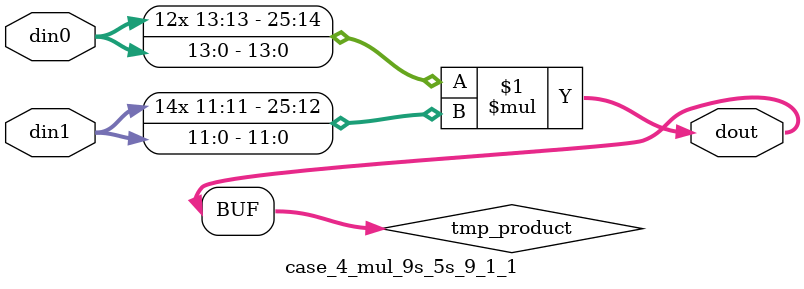
<source format=v>

`timescale 1 ns / 1 ps

 module case_4_mul_9s_5s_9_1_1(din0, din1, dout);
parameter ID = 1;
parameter NUM_STAGE = 0;
parameter din0_WIDTH = 14;
parameter din1_WIDTH = 12;
parameter dout_WIDTH = 26;

input [din0_WIDTH - 1 : 0] din0; 
input [din1_WIDTH - 1 : 0] din1; 
output [dout_WIDTH - 1 : 0] dout;

wire signed [dout_WIDTH - 1 : 0] tmp_product;



























assign tmp_product = $signed(din0) * $signed(din1);








assign dout = tmp_product;





















endmodule

</source>
